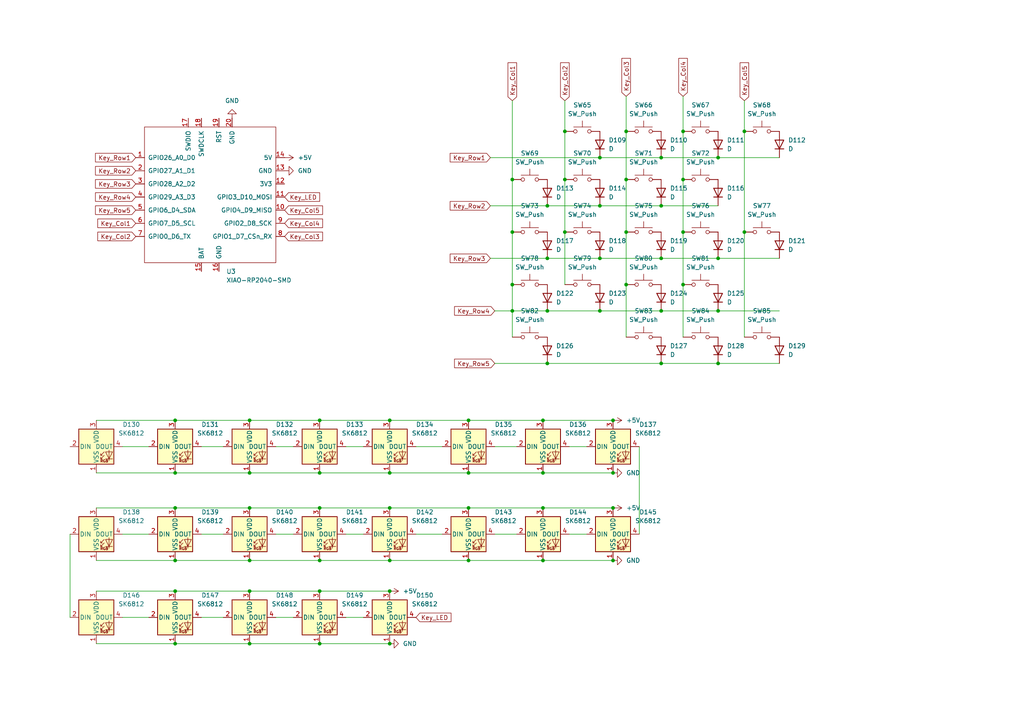
<source format=kicad_sch>
(kicad_sch (version 20250114) (generator "eeschema") (generator_version "9.0")
  (paper "A4")
  (lib_symbols
    (symbol "Device:D" (pin_numbers (hide yes)) (pin_names (offset 1.016) (hide yes))
      (property "Reference" "D" (at 0 2.54 0))
      (property "Value" "D" (at 0 -2.54 0))
      (symbol "D_0_1"
        (polyline (pts (xy -1.27 1.27) (xy -1.27 -1.27)) (stroke (width 0.254)))
        (polyline (pts (xy 1.27 1.27) (xy 1.27 -1.27) (xy -1.27 0) (xy 1.27 1.27)) (stroke (width 0.254)))
        (polyline (pts (xy 1.27 0) (xy -1.27 0)))
      )
      (symbol "D_1_1"
        (pin passive line (at -3.81 0 0) (length 2.54) (name "K") (number "1"))
        (pin passive line (at 3.81 0 180) (length 2.54) (name "A") (number "2"))
      )
    )
    (symbol "LED:SK6812" (pin_names (offset 0.254))
      (property "Reference" "D" (at 5.08 5.715 0))
      (property "Value" "SK6812" (at 1.27 -5.715 0))
      (symbol "SK6812_0_0"
        (text "RGB" (at 2.286 -4.191 0) (effects (font (size 0.762 0.762))))
      )
      (symbol "SK6812_0_1"
        (polyline (pts (xy 1.27 -2.54) (xy 1.778 -2.54)))
        (polyline (pts (xy 1.27 -3.556) (xy 1.778 -3.556)))
        (polyline (pts (xy 2.286 -1.524) (xy 1.27 -2.54) (xy 1.27 -2.032)))
        (polyline (pts (xy 2.286 -2.54) (xy 1.27 -3.556) (xy 1.27 -3.048)))
        (polyline (pts (xy 3.683 -1.016) (xy 3.683 -3.556) (xy 3.683 -4.064)))
        (polyline (pts (xy 4.699 -1.524) (xy 2.667 -1.524) (xy 3.683 -3.556) (xy 4.699 -1.524)))
        (polyline (pts (xy 4.699 -3.556) (xy 2.667 -3.556)))
        (rectangle (start 5.08 5.08) (end -5.08 -5.08) (stroke (width 0.254)) (fill (type background)))
      )
      (symbol "SK6812_1_1"
        (pin input line (at -7.62 0 0) (length 2.54) (name "DIN") (number "2"))
        (pin power_in line (at 0 7.62 270) (length 2.54) (name "VDD") (number "3"))
        (pin power_in line (at 0 -7.62 90) (length 2.54) (name "VSS") (number "1"))
        (pin output line (at 7.62 0 180) (length 2.54) (name "DOUT") (number "4"))
      )
    )
    (symbol "Seeed_Studio_XIAO_Series:XIAO-RP2040-SMD" (pin_names (offset 1.016))
      (property "Reference" "U" (at -18.542 23.114 0))
      (property "Value" "XIAO-RP2040-SMD" (at -8.382 21.336 0))
      (symbol "XIAO-RP2040-SMD_0_1"
        (rectangle (start 19.05 -19.05) (end -19.05 20.32))
      )
      (symbol "XIAO-RP2040-SMD_1_1"
        (pin passive line (at -21.59 11.43 0) (length 2.54) (name "GPIO26_A0_D0") (number "1"))
        (pin passive line (at -21.59 7.62 0) (length 2.54) (name "GPIO27_A1_D1") (number "2"))
        (pin passive line (at -21.59 3.81 0) (length 2.54) (name "GPIO28_A2_D2") (number "3"))
        (pin passive line (at -21.59 0 0) (length 2.54) (name "GPIO29_A3_D3") (number "4"))
        (pin passive line (at -21.59 -3.81 0) (length 2.54) (name "GPIO6_D4_SDA") (number "5"))
        (pin passive line (at -21.59 -7.62 0) (length 2.54) (name "GPIO7_D5_SCL") (number "6"))
        (pin passive line (at -21.59 -11.43 0) (length 2.54) (name "GPIO0_D6_TX") (number "7"))
        (pin passive line (at -6.35 22.86 270) (length 2.54) (name "SWDIO") (number "17"))
        (pin passive line (at -2.54 22.86 270) (length 2.54) (name "SWDCLK") (number "18"))
        (pin passive line (at -2.54 -21.59 90) (length 2.54) (name "BAT") (number "15"))
        (pin passive line (at 2.54 22.86 270) (length 2.54) (name "RST") (number "19"))
        (pin passive line (at 2.54 -21.59 90) (length 2.54) (name "GND") (number "16"))
        (pin passive line (at 6.35 22.86 270) (length 2.54) (name "GND") (number "20"))
        (pin passive line (at 21.59 11.43 180) (length 2.54) (name "5V") (number "14"))
        (pin passive line (at 21.59 7.62 180) (length 2.54) (name "GND") (number "13"))
        (pin passive line (at 21.59 3.81 180) (length 2.54) (name "3V3") (number "12"))
        (pin passive line (at 21.59 0 180) (length 2.54) (name "GPIO3_D10_MOSI") (number "11"))
        (pin passive line (at 21.59 -3.81 180) (length 2.54) (name "GPIO4_D9_MISO") (number "10"))
        (pin passive line (at 21.59 -7.62 180) (length 2.54) (name "GPIO2_D8_SCK") (number "9"))
        (pin passive line (at 21.59 -11.43 180) (length 2.54) (name "GPIO1_D7_CSn_RX") (number "8"))
      )
    )
    (symbol "Switch:SW_Push" (pin_numbers (hide yes)) (pin_names (offset 1.016) (hide yes))
      (property "Reference" "SW" (at 1.27 2.54 0))
      (property "Value" "SW_Push" (at 0 -1.524 0))
      (symbol "SW_Push_0_1"
        (circle (center -2.032 0) (radius 0.508))
        (polyline (pts (xy 0 1.27) (xy 0 3.048)))
        (circle (center 2.032 0) (radius 0.508))
        (polyline (pts (xy 2.54 1.27) (xy -2.54 1.27)))
        (pin passive line (at -5.08 0 0) (length 2.54) (name "1") (number "1"))
        (pin passive line (at 5.08 0 180) (length 2.54) (name "2") (number "2"))
      )
    )
    (symbol "power:+5V" (power) (pin_numbers (hide yes)) (pin_names (offset 0) (hide yes))
      (property "Value" "+5V" (at 0 3.556 0))
      (symbol "+5V_0_1"
        (polyline (pts (xy -0.762 1.27) (xy 0 2.54)))
        (polyline (pts (xy 0 2.54) (xy 0.762 1.27)))
        (polyline (pts (xy 0 0) (xy 0 2.54)))
      )
      (symbol "+5V_1_1"
        (pin power_in line (at 0 0 90) (length 0) (name "~") (number "1"))
      )
    )
    (symbol "power:GND" (power) (pin_numbers (hide yes)) (pin_names (offset 0) (hide yes))
      (property "Value" "GND" (at 0 -3.81 0))
      (symbol "GND_0_1"
        (polyline (pts (xy 0 0) (xy 0 -1.27) (xy 1.27 -1.27) (xy 0 -2.54) (xy -1.27 -1.27) (xy 0 -1.27)))
      )
      (symbol "GND_1_1"
        (pin power_in line (at 0 0 270) (length 0) (name "~") (number "1"))
      )
    )
  )
  (junction (at 215.9 67.31))
  (junction (at 148.59 90.17))
  (junction (at 50.8 171.45))
  (junction (at 177.8 162.56))
  (junction (at 50.8 137.16))
  (junction (at 173.99 59.69))
  (junction (at 148.59 52.07))
  (junction (at 135.89 121.92))
  (junction (at 113.03 186.69))
  (junction (at 113.03 121.92))
  (junction (at 113.03 162.56))
  (junction (at 135.89 137.16))
  (junction (at 177.8 137.16))
  (junction (at 163.83 38.1))
  (junction (at 158.75 59.69))
  (junction (at 158.75 74.93))
  (junction (at 177.8 147.32))
  (junction (at 92.71 121.92))
  (junction (at 191.77 105.41))
  (junction (at 163.83 67.31))
  (junction (at 198.12 67.31))
  (junction (at 157.48 162.56))
  (junction (at 113.03 137.16))
  (junction (at 92.71 147.32))
  (junction (at 177.8 121.92))
  (junction (at 72.39 137.16))
  (junction (at 173.99 45.72))
  (junction (at 92.71 171.45))
  (junction (at 157.48 121.92))
  (junction (at 191.77 59.69))
  (junction (at 208.28 45.72))
  (junction (at 198.12 52.07))
  (junction (at 181.61 52.07))
  (junction (at 158.75 90.17))
  (junction (at 113.03 147.32))
  (junction (at 72.39 171.45))
  (junction (at 50.8 186.69))
  (junction (at 135.89 162.56))
  (junction (at 173.99 90.17))
  (junction (at 215.9 38.1))
  (junction (at 50.8 121.92))
  (junction (at 135.89 147.32))
  (junction (at 181.61 38.1))
  (junction (at 148.59 67.31))
  (junction (at 148.59 82.55))
  (junction (at 92.71 162.56))
  (junction (at 208.28 105.41))
  (junction (at 198.12 38.1))
  (junction (at 92.71 186.69))
  (junction (at 158.75 105.41))
  (junction (at 72.39 121.92))
  (junction (at 92.71 137.16))
  (junction (at 198.12 82.55))
  (junction (at 113.03 171.45))
  (junction (at 181.61 82.55))
  (junction (at 191.77 90.17))
  (junction (at 157.48 137.16))
  (junction (at 191.77 74.93))
  (junction (at 208.28 90.17))
  (junction (at 72.39 186.69))
  (junction (at 163.83 52.07))
  (junction (at 50.8 162.56))
  (junction (at 72.39 147.32))
  (junction (at 208.28 74.93))
  (junction (at 173.99 74.93))
  (junction (at 191.77 45.72))
  (junction (at 72.39 162.56))
  (junction (at 50.8 147.32))
  (junction (at 157.48 147.32))
  (junction (at 181.61 67.31))
  (wire (pts (xy 191.77 59.69) (xy 208.28 59.69)))
  (wire (pts (xy 27.94 147.32) (xy 50.8 147.32)))
  (wire (pts (xy 113.03 137.16) (xy 135.89 137.16)))
  (wire (pts (xy 158.75 105.41) (xy 191.77 105.41)))
  (wire (pts (xy 80.01 179.07) (xy 85.09 179.07)))
  (wire (pts (xy 158.75 90.17) (xy 173.99 90.17)))
  (wire (pts (xy 198.12 82.55) (xy 198.12 97.79)))
  (wire (pts (xy 92.71 121.92) (xy 113.03 121.92)))
  (wire (pts (xy 92.71 186.69) (xy 113.03 186.69)))
  (wire (pts (xy 20.32 154.94) (xy 20.32 179.07)))
  (wire (pts (xy 198.12 52.07) (xy 198.12 67.31)))
  (wire (pts (xy 50.8 186.69) (xy 72.39 186.69)))
  (wire (pts (xy 135.89 162.56) (xy 157.48 162.56)))
  (wire (pts (xy 35.56 154.94) (xy 43.18 154.94)))
  (wire (pts (xy 185.42 129.54) (xy 185.42 154.94)))
  (wire (pts (xy 157.48 162.56) (xy 177.8 162.56)))
  (wire (pts (xy 208.28 45.72) (xy 226.06 45.72)))
  (wire (pts (xy 181.61 67.31) (xy 181.61 82.55)))
  (wire (pts (xy 100.33 154.94) (xy 105.41 154.94)))
  (wire (pts (xy 198.12 38.1) (xy 198.12 52.07)))
  (wire (pts (xy 135.89 121.92) (xy 157.48 121.92)))
  (wire (pts (xy 58.42 154.94) (xy 64.77 154.94)))
  (wire (pts (xy 80.01 129.54) (xy 85.09 129.54)))
  (wire (pts (xy 163.83 38.1) (xy 163.83 52.07)))
  (wire (pts (xy 27.94 171.45) (xy 50.8 171.45)))
  (wire (pts (xy 173.99 74.93) (xy 191.77 74.93)))
  (wire (pts (xy 142.24 59.69) (xy 158.75 59.69)))
  (wire (pts (xy 191.77 74.93) (xy 208.28 74.93)))
  (wire (pts (xy 27.94 137.16) (xy 50.8 137.16)))
  (wire (pts (xy 120.65 129.54) (xy 128.27 129.54)))
  (wire (pts (xy 72.39 162.56) (xy 92.71 162.56)))
  (wire (pts (xy 208.28 74.93) (xy 226.06 74.93)))
  (wire (pts (xy 157.48 121.92) (xy 177.8 121.92)))
  (wire (pts (xy 92.71 162.56) (xy 113.03 162.56)))
  (wire (pts (xy 80.01 154.94) (xy 85.09 154.94)))
  (wire (pts (xy 157.48 137.16) (xy 177.8 137.16)))
  (wire (pts (xy 191.77 45.72) (xy 208.28 45.72)))
  (wire (pts (xy 50.8 137.16) (xy 72.39 137.16)))
  (wire (pts (xy 148.59 90.17) (xy 148.59 97.79)))
  (wire (pts (xy 50.8 121.92) (xy 72.39 121.92)))
  (wire (pts (xy 92.71 171.45) (xy 113.03 171.45)))
  (wire (pts (xy 143.51 129.54) (xy 149.86 129.54)))
  (wire (pts (xy 50.8 162.56) (xy 72.39 162.56)))
  (wire (pts (xy 143.51 105.41) (xy 158.75 105.41)))
  (wire (pts (xy 158.75 90.17) (xy 148.59 90.17)))
  (wire (pts (xy 35.56 179.07) (xy 43.18 179.07)))
  (wire (pts (xy 35.56 129.54) (xy 43.18 129.54)))
  (wire (pts (xy 148.59 67.31) (xy 148.59 82.55)))
  (wire (pts (xy 113.03 147.32) (xy 135.89 147.32)))
  (wire (pts (xy 191.77 90.17) (xy 208.28 90.17)))
  (wire (pts (xy 198.12 27.94) (xy 198.12 38.1)))
  (wire (pts (xy 92.71 147.32) (xy 113.03 147.32)))
  (wire (pts (xy 72.39 171.45) (xy 92.71 171.45)))
  (wire (pts (xy 215.9 29.21) (xy 215.9 38.1)))
  (wire (pts (xy 72.39 147.32) (xy 92.71 147.32)))
  (wire (pts (xy 208.28 90.17) (xy 226.06 90.17)))
  (wire (pts (xy 208.28 105.41) (xy 226.06 105.41)))
  (wire (pts (xy 165.1 154.94) (xy 170.18 154.94)))
  (wire (pts (xy 181.61 52.07) (xy 181.61 67.31)))
  (wire (pts (xy 72.39 186.69) (xy 92.71 186.69)))
  (wire (pts (xy 181.61 82.55) (xy 181.61 97.79)))
  (wire (pts (xy 113.03 121.92) (xy 135.89 121.92)))
  (wire (pts (xy 165.1 129.54) (xy 170.18 129.54)))
  (wire (pts (xy 163.83 67.31) (xy 163.83 82.55)))
  (wire (pts (xy 173.99 90.17) (xy 191.77 90.17)))
  (wire (pts (xy 92.71 137.16) (xy 113.03 137.16)))
  (wire (pts (xy 157.48 147.32) (xy 177.8 147.32)))
  (wire (pts (xy 27.94 121.92) (xy 50.8 121.92)))
  (wire (pts (xy 173.99 45.72) (xy 191.77 45.72)))
  (wire (pts (xy 143.51 90.17) (xy 148.59 90.17)))
  (wire (pts (xy 58.42 179.07) (xy 64.77 179.07)))
  (wire (pts (xy 181.61 38.1) (xy 181.61 52.07)))
  (wire (pts (xy 198.12 67.31) (xy 198.12 82.55)))
  (wire (pts (xy 181.61 27.94) (xy 181.61 38.1)))
  (wire (pts (xy 120.65 154.94) (xy 128.27 154.94)))
  (wire (pts (xy 148.59 29.21) (xy 148.59 52.07)))
  (wire (pts (xy 58.42 129.54) (xy 64.77 129.54)))
  (wire (pts (xy 158.75 59.69) (xy 173.99 59.69)))
  (wire (pts (xy 163.83 29.21) (xy 163.83 38.1)))
  (wire (pts (xy 135.89 147.32) (xy 157.48 147.32)))
  (wire (pts (xy 148.59 90.17) (xy 148.59 82.55)))
  (wire (pts (xy 158.75 74.93) (xy 173.99 74.93)))
  (wire (pts (xy 72.39 137.16) (xy 92.71 137.16)))
  (wire (pts (xy 142.24 74.93) (xy 158.75 74.93)))
  (wire (pts (xy 100.33 129.54) (xy 105.41 129.54)))
  (wire (pts (xy 173.99 59.69) (xy 191.77 59.69)))
  (wire (pts (xy 143.51 154.94) (xy 149.86 154.94)))
  (wire (pts (xy 72.39 121.92) (xy 92.71 121.92)))
  (wire (pts (xy 27.94 162.56) (xy 50.8 162.56)))
  (wire (pts (xy 148.59 52.07) (xy 148.59 67.31)))
  (wire (pts (xy 27.94 186.69) (xy 50.8 186.69)))
  (wire (pts (xy 215.9 38.1) (xy 215.9 67.31)))
  (wire (pts (xy 50.8 147.32) (xy 72.39 147.32)))
  (wire (pts (xy 163.83 52.07) (xy 163.83 67.31)))
  (wire (pts (xy 191.77 105.41) (xy 208.28 105.41)))
  (wire (pts (xy 215.9 67.31) (xy 215.9 97.79)))
  (wire (pts (xy 135.89 137.16) (xy 157.48 137.16)))
  (wire (pts (xy 100.33 179.07) (xy 105.41 179.07)))
  (wire (pts (xy 142.24 45.72) (xy 173.99 45.72)))
  (wire (pts (xy 113.03 162.56) (xy 135.89 162.56)))
  (wire (pts (xy 50.8 171.45) (xy 72.39 171.45)))
  (global_label "Key_LED" (shape input) (at 120.65 179.07 0) (property "Intersheetrefs" "${INTERSHEET_REFS}" (effects (hide yes))))
  (global_label "Key_Col5" (shape input) (at 82.55 60.96 0) (property "Intersheetrefs" "${INTERSHEET_REFS}" (effects (hide yes))))
  (global_label "Key_Row2" (shape input) (at 39.37 49.53 180) (property "Intersheetrefs" "${INTERSHEET_REFS}" (effects (hide yes))))
  (global_label "Key_Col2" (shape input) (at 39.37 68.58 180) (property "Intersheetrefs" "${INTERSHEET_REFS}" (effects (hide yes))))
  (global_label "Key_Col2" (shape input) (at 163.83 29.21 90) (property "Intersheetrefs" "${INTERSHEET_REFS}" (effects (hide yes))))
  (global_label "Key_Col4" (shape input) (at 82.55 64.77 0) (property "Intersheetrefs" "${INTERSHEET_REFS}" (effects (hide yes))))
  (global_label "Key_Row3" (shape input) (at 39.37 53.34 180) (property "Intersheetrefs" "${INTERSHEET_REFS}" (effects (hide yes))))
  (global_label "Key_Col4" (shape input) (at 198.12 27.94 90) (property "Intersheetrefs" "${INTERSHEET_REFS}" (effects (hide yes))))
  (global_label "Key_Row1" (shape input) (at 39.37 45.72 180) (property "Intersheetrefs" "${INTERSHEET_REFS}" (effects (hide yes))))
  (global_label "Key_Col3" (shape input) (at 82.55 68.58 0) (property "Intersheetrefs" "${INTERSHEET_REFS}" (effects (hide yes))))
  (global_label "Key_Row1" (shape input) (at 142.24 45.72 180) (property "Intersheetrefs" "${INTERSHEET_REFS}" (effects (hide yes))))
  (global_label "Key_Col3" (shape input) (at 181.61 27.94 90) (property "Intersheetrefs" "${INTERSHEET_REFS}" (effects (hide yes))))
  (global_label "Key_LED" (shape input) (at 82.55 57.15 0) (property "Intersheetrefs" "${INTERSHEET_REFS}" (effects (hide yes))))
  (global_label "Key_Col1" (shape input) (at 39.37 64.77 180) (property "Intersheetrefs" "${INTERSHEET_REFS}" (effects (hide yes))))
  (global_label "Key_Row5" (shape input) (at 39.37 60.96 180) (property "Intersheetrefs" "${INTERSHEET_REFS}" (effects (hide yes))))
  (global_label "Key_Row5" (shape input) (at 143.51 105.41 180) (property "Intersheetrefs" "${INTERSHEET_REFS}" (effects (hide yes))))
  (global_label "Key_Row3" (shape input) (at 142.24 74.93 180) (property "Intersheetrefs" "${INTERSHEET_REFS}" (effects (hide yes))))
  (global_label "Key_Col1" (shape input) (at 148.59 29.21 90) (property "Intersheetrefs" "${INTERSHEET_REFS}" (effects (hide yes))))
  (global_label "Key_Row4" (shape input) (at 39.37 57.15 180) (property "Intersheetrefs" "${INTERSHEET_REFS}" (effects (hide yes))))
  (global_label "Key_Row4" (shape input) (at 143.51 90.17 180) (property "Intersheetrefs" "${INTERSHEET_REFS}" (effects (hide yes))))
  (global_label "Key_Row2" (shape input) (at 142.24 59.69 180) (property "Intersheetrefs" "${INTERSHEET_REFS}" (effects (hide yes))))
  (global_label "Key_Col5" (shape input) (at 215.9 29.21 90) (property "Intersheetrefs" "${INTERSHEET_REFS}" (effects (hide yes))))
  (symbol (lib_id "Switch:SW_Push") (at 220.98 67.31 0) (unit 1)
    (property "Reference" "SW77" (at 220.98 59.69 0))
    (property "Value" "SW_Push" (at 220.98 62.23 0))
    (property "Footprint" "key-switches.pretty-main:SW_Gateron_LowProfile_HotSwap_PTH" (effects (hide yes)))
    (property "Description" "Push button switch, generic, two pins" (effects (hide yes)))
  )
  (symbol (lib_id "LED:SK6812") (at 92.71 129.54 0) (unit 1)
    (property "Reference" "D133" (at 102.87 123.1198 0))
    (property "Value" "SK6812" (at 102.87 125.6598 0))
    (property "Footprint" "LED_SMD:LED_SK6812_PLCC4_5.0x5.0mm_P3.2mm" (effects (hide yes)))
    (property "Datasheet" "https://cdn-shop.adafruit.com/product-files/1138/SK6812+LED+datasheet+.pdf" (effects (hide yes)))
    (property "Description" "RGB LED with integrated controller" (effects (hide yes)))
  )
  (symbol (lib_id "Switch:SW_Push") (at 153.67 67.31 0) (unit 1)
    (property "Reference" "SW73" (at 153.67 59.69 0))
    (property "Value" "SW_Push" (at 153.67 62.23 0))
    (property "Footprint" "key-switches.pretty-main:SW_Gateron_LowProfile_HotSwap_PTH" (effects (hide yes)))
    (property "Description" "Push button switch, generic, two pins" (effects (hide yes)))
  )
  (symbol (lib_id "power:GND") (at 177.8 137.16 90) (unit 1)
    (property "Reference" "#PWR032" (effects (hide yes)))
    (property "Value" "GND" (at 181.61 137.1599 90) (effects (justify right)))
    (property "Description" "Power symbol creates a global label with name \"GND\" , ground" (effects (hide yes)))
  )
  (symbol (lib_id "Device:D") (at 158.75 71.12 90) (unit 1)
    (property "Reference" "D117" (at 161.29 69.8499 90) (effects (justify right)))
    (property "Value" "D" (at 161.29 72.3899 90) (effects (justify right)))
    (property "Footprint" "Diode_SMD:D_SOD-123" (effects (hide yes)))
    (property "Description" "Diode" (effects (hide yes)))
    (property "Sim.Device" "D" (effects (hide yes)))
    (property "Sim.Pins" "1=K 2=A" (effects (hide yes)))
  )
  (symbol (lib_id "Switch:SW_Push") (at 186.69 67.31 0) (unit 1)
    (property "Reference" "SW75" (at 186.69 59.69 0))
    (property "Value" "SW_Push" (at 186.69 62.23 0))
    (property "Footprint" "key-switches.pretty-main:SW_Gateron_LowProfile_HotSwap_PTH" (effects (hide yes)))
    (property "Description" "Push button switch, generic, two pins" (effects (hide yes)))
  )
  (symbol (lib_id "Switch:SW_Push") (at 168.91 52.07 0) (unit 1)
    (property "Reference" "SW70" (at 168.91 44.45 0))
    (property "Value" "SW_Push" (at 168.91 46.99 0))
    (property "Footprint" "key-switches.pretty-main:SW_Gateron_LowProfile_HotSwap_PTH" (effects (hide yes)))
    (property "Description" "Push button switch, generic, two pins" (effects (hide yes)))
  )
  (symbol (lib_id "LED:SK6812") (at 135.89 154.94 0) (unit 1)
    (property "Reference" "D143" (at 146.05 148.5198 0))
    (property "Value" "SK6812" (at 146.05 151.0598 0))
    (property "Footprint" "LED_SMD:LED_SK6812_PLCC4_5.0x5.0mm_P3.2mm" (effects (hide yes)))
    (property "Datasheet" "https://cdn-shop.adafruit.com/product-files/1138/SK6812+LED+datasheet+.pdf" (effects (hide yes)))
    (property "Description" "RGB LED with integrated controller" (effects (hide yes)))
  )
  (symbol (lib_id "Device:D") (at 191.77 101.6 90) (unit 1)
    (property "Reference" "D127" (at 194.31 100.3299 90) (effects (justify right)))
    (property "Value" "D" (at 194.31 102.8699 90) (effects (justify right)))
    (property "Footprint" "Diode_SMD:D_SOD-123" (effects (hide yes)))
    (property "Description" "Diode" (effects (hide yes)))
    (property "Sim.Device" "D" (effects (hide yes)))
    (property "Sim.Pins" "1=K 2=A" (effects (hide yes)))
  )
  (symbol (lib_id "LED:SK6812") (at 113.03 129.54 0) (unit 1)
    (property "Reference" "D134" (at 123.19 123.1198 0))
    (property "Value" "SK6812" (at 123.19 125.6598 0))
    (property "Footprint" "LED_SMD:LED_SK6812_PLCC4_5.0x5.0mm_P3.2mm" (effects (hide yes)))
    (property "Datasheet" "https://cdn-shop.adafruit.com/product-files/1138/SK6812+LED+datasheet+.pdf" (effects (hide yes)))
    (property "Description" "RGB LED with integrated controller" (effects (hide yes)))
  )
  (symbol (lib_id "Device:D") (at 158.75 55.88 90) (unit 1)
    (property "Reference" "D113" (at 161.29 54.6099 90) (effects (justify right)))
    (property "Value" "D" (at 161.29 57.1499 90) (effects (justify right)))
    (property "Footprint" "Diode_SMD:D_SOD-123" (effects (hide yes)))
    (property "Description" "Diode" (effects (hide yes)))
    (property "Sim.Device" "D" (effects (hide yes)))
    (property "Sim.Pins" "1=K 2=A" (effects (hide yes)))
  )
  (symbol (lib_id "Device:D") (at 173.99 86.36 90) (unit 1)
    (property "Reference" "D123" (at 176.53 85.0899 90) (effects (justify right)))
    (property "Value" "D" (at 176.53 87.6299 90) (effects (justify right)))
    (property "Footprint" "Diode_SMD:D_SOD-123" (effects (hide yes)))
    (property "Description" "Diode" (effects (hide yes)))
    (property "Sim.Device" "D" (effects (hide yes)))
    (property "Sim.Pins" "1=K 2=A" (effects (hide yes)))
  )
  (symbol (lib_id "Device:D") (at 226.06 71.12 90) (unit 1)
    (property "Reference" "D121" (at 228.6 69.8499 90) (effects (justify right)))
    (property "Value" "D" (at 228.6 72.3899 90) (effects (justify right)))
    (property "Footprint" "Diode_SMD:D_SOD-123" (effects (hide yes)))
    (property "Description" "Diode" (effects (hide yes)))
    (property "Sim.Device" "D" (effects (hide yes)))
    (property "Sim.Pins" "1=K 2=A" (effects (hide yes)))
  )
  (symbol (lib_id "LED:SK6812") (at 50.8 129.54 0) (unit 1)
    (property "Reference" "D131" (at 60.96 123.1198 0))
    (property "Value" "SK6812" (at 60.96 125.6598 0))
    (property "Footprint" "LED_SMD:LED_SK6812_PLCC4_5.0x5.0mm_P3.2mm" (effects (hide yes)))
    (property "Datasheet" "https://cdn-shop.adafruit.com/product-files/1138/SK6812+LED+datasheet+.pdf" (effects (hide yes)))
    (property "Description" "RGB LED with integrated controller" (effects (hide yes)))
  )
  (symbol (lib_id "Switch:SW_Push") (at 153.67 52.07 0) (unit 1)
    (property "Reference" "SW69" (at 153.67 44.45 0))
    (property "Value" "SW_Push" (at 153.67 46.99 0))
    (property "Footprint" "key-switches.pretty-main:SW_Gateron_LowProfile_HotSwap_PTH" (effects (hide yes)))
    (property "Description" "Push button switch, generic, two pins" (effects (hide yes)))
  )
  (symbol (lib_id "LED:SK6812") (at 72.39 154.94 0) (unit 1)
    (property "Reference" "D140" (at 82.55 148.5198 0))
    (property "Value" "SK6812" (at 82.55 151.0598 0))
    (property "Footprint" "LED_SMD:LED_SK6812_PLCC4_5.0x5.0mm_P3.2mm" (effects (hide yes)))
    (property "Datasheet" "https://cdn-shop.adafruit.com/product-files/1138/SK6812+LED+datasheet+.pdf" (effects (hide yes)))
    (property "Description" "RGB LED with integrated controller" (effects (hide yes)))
  )
  (symbol (lib_id "Device:D") (at 173.99 41.91 90) (unit 1)
    (property "Reference" "D109" (at 176.53 40.6399 90) (effects (justify right)))
    (property "Value" "D" (at 176.53 43.1799 90) (effects (justify right)))
    (property "Footprint" "Diode_SMD:D_SOD-123" (effects (hide yes)))
    (property "Description" "Diode" (effects (hide yes)))
    (property "Sim.Device" "D" (effects (hide yes)))
    (property "Sim.Pins" "1=K 2=A" (effects (hide yes)))
  )
  (symbol (lib_id "Device:D") (at 208.28 55.88 90) (unit 1)
    (property "Reference" "D116" (at 210.82 54.6099 90) (effects (justify right)))
    (property "Value" "D" (at 210.82 57.1499 90) (effects (justify right)))
    (property "Footprint" "Diode_SMD:D_SOD-123" (effects (hide yes)))
    (property "Description" "Diode" (effects (hide yes)))
    (property "Sim.Device" "D" (effects (hide yes)))
    (property "Sim.Pins" "1=K 2=A" (effects (hide yes)))
  )
  (symbol (lib_id "Switch:SW_Push") (at 203.2 82.55 0) (unit 1)
    (property "Reference" "SW81" (at 203.2 74.93 0))
    (property "Value" "SW_Push" (at 203.2 77.47 0))
    (property "Footprint" "key-switches.pretty-main:SW_Gateron_LowProfile_HotSwap_PTH" (effects (hide yes)))
    (property "Description" "Push button switch, generic, two pins" (effects (hide yes)))
  )
  (symbol (lib_id "LED:SK6812") (at 72.39 179.07 0) (unit 1)
    (property "Reference" "D148" (at 82.55 172.6498 0))
    (property "Value" "SK6812" (at 82.55 175.1898 0))
    (property "Footprint" "LED_SMD:LED_SK6812_PLCC4_5.0x5.0mm_P3.2mm" (effects (hide yes)))
    (property "Datasheet" "https://cdn-shop.adafruit.com/product-files/1138/SK6812+LED+datasheet+.pdf" (effects (hide yes)))
    (property "Description" "RGB LED with integrated controller" (effects (hide yes)))
  )
  (symbol (lib_id "Device:D") (at 226.06 41.91 90) (unit 1)
    (property "Reference" "D112" (at 228.6 40.6399 90) (effects (justify right)))
    (property "Value" "D" (at 228.6 43.1799 90) (effects (justify right)))
    (property "Footprint" "Diode_SMD:D_SOD-123" (effects (hide yes)))
    (property "Description" "Diode" (effects (hide yes)))
    (property "Sim.Device" "D" (effects (hide yes)))
    (property "Sim.Pins" "1=K 2=A" (effects (hide yes)))
  )
  (symbol (lib_id "LED:SK6812") (at 135.89 129.54 0) (unit 1)
    (property "Reference" "D135" (at 146.05 123.1198 0))
    (property "Value" "SK6812" (at 146.05 125.6598 0))
    (property "Footprint" "LED_SMD:LED_SK6812_PLCC4_5.0x5.0mm_P3.2mm" (effects (hide yes)))
    (property "Datasheet" "https://cdn-shop.adafruit.com/product-files/1138/SK6812+LED+datasheet+.pdf" (effects (hide yes)))
    (property "Description" "RGB LED with integrated controller" (effects (hide yes)))
  )
  (symbol (lib_id "Device:D") (at 208.28 41.91 90) (unit 1)
    (property "Reference" "D111" (at 210.82 40.6399 90) (effects (justify right)))
    (property "Value" "D" (at 210.82 43.1799 90) (effects (justify right)))
    (property "Footprint" "Diode_SMD:D_SOD-123" (effects (hide yes)))
    (property "Description" "Diode" (effects (hide yes)))
    (property "Sim.Device" "D" (effects (hide yes)))
    (property "Sim.Pins" "1=K 2=A" (effects (hide yes)))
  )
  (symbol (lib_id "power:+5V") (at 177.8 121.92 270) (unit 1)
    (property "Reference" "#PWR031" (effects (hide yes)))
    (property "Value" "+5V" (at 181.61 121.9199 90) (effects (justify left)))
    (property "Description" "Power symbol creates a global label with name \"+5V\"" (effects (hide yes)))
  )
  (symbol (lib_id "LED:SK6812") (at 157.48 129.54 0) (unit 1)
    (property "Reference" "D136" (at 167.64 123.1198 0))
    (property "Value" "SK6812" (at 167.64 125.6598 0))
    (property "Footprint" "LED_SMD:LED_SK6812_PLCC4_5.0x5.0mm_P3.2mm" (effects (hide yes)))
    (property "Datasheet" "https://cdn-shop.adafruit.com/product-files/1138/SK6812+LED+datasheet+.pdf" (effects (hide yes)))
    (property "Description" "RGB LED with integrated controller" (effects (hide yes)))
  )
  (symbol (lib_id "Switch:SW_Push") (at 220.98 97.79 0) (unit 1)
    (property "Reference" "SW85" (at 220.98 90.17 0))
    (property "Value" "SW_Push" (at 220.98 92.71 0))
    (property "Footprint" "key-switches.pretty-main:SW_Gateron_LowProfile_HotSwap_PTH" (effects (hide yes)))
    (property "Description" "Push button switch, generic, two pins" (effects (hide yes)))
  )
  (symbol (lib_id "LED:SK6812") (at 113.03 179.07 0) (unit 1)
    (property "Reference" "D150" (at 123.19 172.6498 0))
    (property "Value" "SK6812" (at 123.19 175.1898 0))
    (property "Footprint" "LED_SMD:LED_SK6812_PLCC4_5.0x5.0mm_P3.2mm" (effects (hide yes)))
    (property "Datasheet" "https://cdn-shop.adafruit.com/product-files/1138/SK6812+LED+datasheet+.pdf" (effects (hide yes)))
    (property "Description" "RGB LED with integrated controller" (effects (hide yes)))
  )
  (symbol (lib_id "power:GND") (at 67.31 34.29 180) (unit 1)
    (property "Reference" "#PWR028" (effects (hide yes)))
    (property "Value" "GND" (at 67.31 29.21 0))
    (property "Description" "Power symbol creates a global label with name \"GND\" , ground" (effects (hide yes)))
  )
  (symbol (lib_id "Switch:SW_Push") (at 186.69 38.1 0) (unit 1)
    (property "Reference" "SW66" (at 186.69 30.48 0))
    (property "Value" "SW_Push" (at 186.69 33.02 0))
    (property "Footprint" "key-switches.pretty-main:SW_Gateron_LowProfile_HotSwap_PTH" (effects (hide yes)))
    (property "Description" "Push button switch, generic, two pins" (effects (hide yes)))
  )
  (symbol (lib_id "Switch:SW_Push") (at 186.69 52.07 0) (unit 1)
    (property "Reference" "SW71" (at 186.69 44.45 0))
    (property "Value" "SW_Push" (at 186.69 46.99 0))
    (property "Footprint" "key-switches.pretty-main:SW_Gateron_LowProfile_HotSwap_PTH" (effects (hide yes)))
    (property "Description" "Push button switch, generic, two pins" (effects (hide yes)))
  )
  (symbol (lib_id "Switch:SW_Push") (at 153.67 97.79 0) (unit 1)
    (property "Reference" "SW82" (at 153.67 90.17 0))
    (property "Value" "SW_Push" (at 153.67 92.71 0))
    (property "Footprint" "key-switches.pretty-main:SW_Gateron_LowProfile_HotSwap_PTH" (effects (hide yes)))
    (property "Description" "Push button switch, generic, two pins" (effects (hide yes)))
  )
  (symbol (lib_id "Device:D") (at 208.28 86.36 90) (unit 1)
    (property "Reference" "D125" (at 210.82 85.0899 90) (effects (justify right)))
    (property "Value" "D" (at 210.82 87.6299 90) (effects (justify right)))
    (property "Footprint" "Diode_SMD:D_SOD-123" (effects (hide yes)))
    (property "Description" "Diode" (effects (hide yes)))
    (property "Sim.Device" "D" (effects (hide yes)))
    (property "Sim.Pins" "1=K 2=A" (effects (hide yes)))
  )
  (symbol (lib_id "power:GND") (at 82.55 49.53 90) (unit 1)
    (property "Reference" "#PWR030" (effects (hide yes)))
    (property "Value" "GND" (at 86.36 49.5299 90) (effects (justify right)))
    (property "Description" "Power symbol creates a global label with name \"GND\" , ground" (effects (hide yes)))
  )
  (symbol (lib_id "LED:SK6812") (at 72.39 129.54 0) (unit 1)
    (property "Reference" "D132" (at 82.55 123.1198 0))
    (property "Value" "SK6812" (at 82.55 125.6598 0))
    (property "Footprint" "LED_SMD:LED_SK6812_PLCC4_5.0x5.0mm_P3.2mm" (effects (hide yes)))
    (property "Datasheet" "https://cdn-shop.adafruit.com/product-files/1138/SK6812+LED+datasheet+.pdf" (effects (hide yes)))
    (property "Description" "RGB LED with integrated controller" (effects (hide yes)))
  )
  (symbol (lib_id "Device:D") (at 191.77 71.12 90) (unit 1)
    (property "Reference" "D119" (at 194.31 69.8499 90) (effects (justify right)))
    (property "Value" "D" (at 194.31 72.3899 90) (effects (justify right)))
    (property "Footprint" "Diode_SMD:D_SOD-123" (effects (hide yes)))
    (property "Description" "Diode" (effects (hide yes)))
    (property "Sim.Device" "D" (effects (hide yes)))
    (property "Sim.Pins" "1=K 2=A" (effects (hide yes)))
  )
  (symbol (lib_id "LED:SK6812") (at 113.03 154.94 0) (unit 1)
    (property "Reference" "D142" (at 123.19 148.5198 0))
    (property "Value" "SK6812" (at 123.19 151.0598 0))
    (property "Footprint" "LED_SMD:LED_SK6812_PLCC4_5.0x5.0mm_P3.2mm" (effects (hide yes)))
    (property "Datasheet" "https://cdn-shop.adafruit.com/product-files/1138/SK6812+LED+datasheet+.pdf" (effects (hide yes)))
    (property "Description" "RGB LED with integrated controller" (effects (hide yes)))
  )
  (symbol (lib_id "LED:SK6812") (at 50.8 154.94 0) (unit 1)
    (property "Reference" "D139" (at 60.96 148.5198 0))
    (property "Value" "SK6812" (at 60.96 151.0598 0))
    (property "Footprint" "LED_SMD:LED_SK6812_PLCC4_5.0x5.0mm_P3.2mm" (effects (hide yes)))
    (property "Datasheet" "https://cdn-shop.adafruit.com/product-files/1138/SK6812+LED+datasheet+.pdf" (effects (hide yes)))
    (property "Description" "RGB LED with integrated controller" (effects (hide yes)))
  )
  (symbol (lib_id "Switch:SW_Push") (at 203.2 97.79 0) (unit 1)
    (property "Reference" "SW84" (at 203.2 90.17 0))
    (property "Value" "SW_Push" (at 203.2 92.71 0))
    (property "Footprint" "key-switches.pretty-main:SW_Gateron_LowProfile_HotSwap_PTH" (effects (hide yes)))
    (property "Description" "Push button switch, generic, two pins" (effects (hide yes)))
  )
  (symbol (lib_id "power:+5V") (at 82.55 45.72 270) (unit 1)
    (property "Reference" "#PWR029" (effects (hide yes)))
    (property "Value" "+5V" (at 86.36 45.7199 90) (effects (justify left)))
    (property "Description" "Power symbol creates a global label with name \"+5V\"" (effects (hide yes)))
  )
  (symbol (lib_id "power:+5V") (at 177.8 147.32 270) (unit 1)
    (property "Reference" "#PWR033" (effects (hide yes)))
    (property "Value" "+5V" (at 181.61 147.3199 90) (effects (justify left)))
    (property "Description" "Power symbol creates a global label with name \"+5V\"" (effects (hide yes)))
  )
  (symbol (lib_id "Device:D") (at 158.75 86.36 90) (unit 1)
    (property "Reference" "D122" (at 161.29 85.0899 90) (effects (justify right)))
    (property "Value" "D" (at 161.29 87.6299 90) (effects (justify right)))
    (property "Footprint" "Diode_SMD:D_SOD-123" (effects (hide yes)))
    (property "Description" "Diode" (effects (hide yes)))
    (property "Sim.Device" "D" (effects (hide yes)))
    (property "Sim.Pins" "1=K 2=A" (effects (hide yes)))
  )
  (symbol (lib_id "Device:D") (at 191.77 86.36 90) (unit 1)
    (property "Reference" "D124" (at 194.31 85.0899 90) (effects (justify right)))
    (property "Value" "D" (at 194.31 87.6299 90) (effects (justify right)))
    (property "Footprint" "Diode_SMD:D_SOD-123" (effects (hide yes)))
    (property "Description" "Diode" (effects (hide yes)))
    (property "Sim.Device" "D" (effects (hide yes)))
    (property "Sim.Pins" "1=K 2=A" (effects (hide yes)))
  )
  (symbol (lib_id "Switch:SW_Push") (at 220.98 38.1 0) (unit 1)
    (property "Reference" "SW68" (at 220.98 30.48 0))
    (property "Value" "SW_Push" (at 220.98 33.02 0))
    (property "Footprint" "key-switches.pretty-main:SW_Gateron_LowProfile_HotSwap_PTH" (effects (hide yes)))
    (property "Description" "Push button switch, generic, two pins" (effects (hide yes)))
  )
  (symbol (lib_id "LED:SK6812") (at 157.48 154.94 0) (unit 1)
    (property "Reference" "D144" (at 167.64 148.5198 0))
    (property "Value" "SK6812" (at 167.64 151.0598 0))
    (property "Footprint" "LED_SMD:LED_SK6812_PLCC4_5.0x5.0mm_P3.2mm" (effects (hide yes)))
    (property "Datasheet" "https://cdn-shop.adafruit.com/product-files/1138/SK6812+LED+datasheet+.pdf" (effects (hide yes)))
    (property "Description" "RGB LED with integrated controller" (effects (hide yes)))
  )
  (symbol (lib_id "LED:SK6812") (at 92.71 154.94 0) (unit 1)
    (property "Reference" "D141" (at 102.87 148.5198 0))
    (property "Value" "SK6812" (at 102.87 151.0598 0))
    (property "Footprint" "LED_SMD:LED_SK6812_PLCC4_5.0x5.0mm_P3.2mm" (effects (hide yes)))
    (property "Datasheet" "https://cdn-shop.adafruit.com/product-files/1138/SK6812+LED+datasheet+.pdf" (effects (hide yes)))
    (property "Description" "RGB LED with integrated controller" (effects (hide yes)))
  )
  (symbol (lib_id "Switch:SW_Push") (at 168.91 38.1 0) (unit 1)
    (property "Reference" "SW65" (at 168.91 30.48 0))
    (property "Value" "SW_Push" (at 168.91 33.02 0))
    (property "Footprint" "key-switches.pretty-main:SW_Gateron_LowProfile_HotSwap_PTH" (effects (hide yes)))
    (property "Description" "Push button switch, generic, two pins" (effects (hide yes)))
  )
  (symbol (lib_id "Device:D") (at 158.75 101.6 90) (unit 1)
    (property "Reference" "D126" (at 161.29 100.3299 90) (effects (justify right)))
    (property "Value" "D" (at 161.29 102.8699 90) (effects (justify right)))
    (property "Footprint" "Diode_SMD:D_SOD-123" (effects (hide yes)))
    (property "Description" "Diode" (effects (hide yes)))
    (property "Sim.Device" "D" (effects (hide yes)))
    (property "Sim.Pins" "1=K 2=A" (effects (hide yes)))
  )
  (symbol (lib_id "Switch:SW_Push") (at 186.69 82.55 0) (unit 1)
    (property "Reference" "SW80" (at 186.69 74.93 0))
    (property "Value" "SW_Push" (at 186.69 77.47 0))
    (property "Footprint" "key-switches.pretty-main:SW_Gateron_LowProfile_HotSwap_PTH" (effects (hide yes)))
    (property "Description" "Push button switch, generic, two pins" (effects (hide yes)))
  )
  (symbol (lib_id "Switch:SW_Push") (at 153.67 82.55 0) (unit 1)
    (property "Reference" "SW78" (at 153.67 74.93 0))
    (property "Value" "SW_Push" (at 153.67 77.47 0))
    (property "Footprint" "key-switches.pretty-main:SW_Gateron_LowProfile_HotSwap_PTH" (effects (hide yes)))
    (property "Description" "Push button switch, generic, two pins" (effects (hide yes)))
  )
  (symbol (lib_id "Device:D") (at 191.77 41.91 90) (unit 1)
    (property "Reference" "D110" (at 194.31 40.6399 90) (effects (justify right)))
    (property "Value" "D" (at 194.31 43.1799 90) (effects (justify right)))
    (property "Footprint" "Diode_SMD:D_SOD-123" (effects (hide yes)))
    (property "Description" "Diode" (effects (hide yes)))
    (property "Sim.Device" "D" (effects (hide yes)))
    (property "Sim.Pins" "1=K 2=A" (effects (hide yes)))
  )
  (symbol (lib_id "Switch:SW_Push") (at 168.91 67.31 0) (unit 1)
    (property "Reference" "SW74" (at 168.91 59.69 0))
    (property "Value" "SW_Push" (at 168.91 62.23 0))
    (property "Footprint" "key-switches.pretty-main:SW_Gateron_LowProfile_HotSwap_PTH" (effects (hide yes)))
    (property "Description" "Push button switch, generic, two pins" (effects (hide yes)))
  )
  (symbol (lib_id "LED:SK6812") (at 27.94 129.54 0) (unit 1)
    (property "Reference" "D130" (at 38.1 123.1198 0))
    (property "Value" "SK6812" (at 38.1 125.6598 0))
    (property "Footprint" "LED_SMD:LED_SK6812_PLCC4_5.0x5.0mm_P3.2mm" (effects (hide yes)))
    (property "Datasheet" "https://cdn-shop.adafruit.com/product-files/1138/SK6812+LED+datasheet+.pdf" (effects (hide yes)))
    (property "Description" "RGB LED with integrated controller" (effects (hide yes)))
  )
  (symbol (lib_id "LED:SK6812") (at 92.71 179.07 0) (unit 1)
    (property "Reference" "D149" (at 102.87 172.6498 0))
    (property "Value" "SK6812" (at 102.87 175.1898 0))
    (property "Footprint" "LED_SMD:LED_SK6812_PLCC4_5.0x5.0mm_P3.2mm" (effects (hide yes)))
    (property "Datasheet" "https://cdn-shop.adafruit.com/product-files/1138/SK6812+LED+datasheet+.pdf" (effects (hide yes)))
    (property "Description" "RGB LED with integrated controller" (effects (hide yes)))
  )
  (symbol (lib_id "Switch:SW_Push") (at 186.69 97.79 0) (unit 1)
    (property "Reference" "SW83" (at 186.69 90.17 0))
    (property "Value" "SW_Push" (at 186.69 92.71 0))
    (property "Footprint" "key-switches.pretty-main:SW_Gateron_LowProfile_HotSwap_PTH" (effects (hide yes)))
    (property "Description" "Push button switch, generic, two pins" (effects (hide yes)))
  )
  (symbol (lib_id "power:GND") (at 113.03 186.69 90) (unit 1)
    (property "Reference" "#PWR036" (effects (hide yes)))
    (property "Value" "GND" (at 116.84 186.6899 90) (effects (justify right)))
    (property "Description" "Power symbol creates a global label with name \"GND\" , ground" (effects (hide yes)))
  )
  (symbol (lib_id "Device:D") (at 208.28 71.12 90) (unit 1)
    (property "Reference" "D120" (at 210.82 69.8499 90) (effects (justify right)))
    (property "Value" "D" (at 210.82 72.3899 90) (effects (justify right)))
    (property "Footprint" "Diode_SMD:D_SOD-123" (effects (hide yes)))
    (property "Description" "Diode" (effects (hide yes)))
    (property "Sim.Device" "D" (effects (hide yes)))
    (property "Sim.Pins" "1=K 2=A" (effects (hide yes)))
  )
  (symbol (lib_id "LED:SK6812") (at 27.94 179.07 0) (unit 1)
    (property "Reference" "D146" (at 38.1 172.6498 0))
    (property "Value" "SK6812" (at 38.1 175.1898 0))
    (property "Footprint" "LED_SMD:LED_SK6812_PLCC4_5.0x5.0mm_P3.2mm" (effects (hide yes)))
    (property "Datasheet" "https://cdn-shop.adafruit.com/product-files/1138/SK6812+LED+datasheet+.pdf" (effects (hide yes)))
    (property "Description" "RGB LED with integrated controller" (effects (hide yes)))
  )
  (symbol (lib_id "Device:D") (at 226.06 101.6 90) (unit 1)
    (property "Reference" "D129" (at 228.6 100.3299 90) (effects (justify right)))
    (property "Value" "D" (at 228.6 102.8699 90) (effects (justify right)))
    (property "Footprint" "Diode_SMD:D_SOD-123" (effects (hide yes)))
    (property "Description" "Diode" (effects (hide yes)))
    (property "Sim.Device" "D" (effects (hide yes)))
    (property "Sim.Pins" "1=K 2=A" (effects (hide yes)))
  )
  (symbol (lib_id "LED:SK6812") (at 177.8 154.94 0) (unit 1)
    (property "Reference" "D145" (at 187.96 148.5198 0))
    (property "Value" "SK6812" (at 187.96 151.0598 0))
    (property "Footprint" "LED_SMD:LED_SK6812_PLCC4_5.0x5.0mm_P3.2mm" (effects (hide yes)))
    (property "Datasheet" "https://cdn-shop.adafruit.com/product-files/1138/SK6812+LED+datasheet+.pdf" (effects (hide yes)))
    (property "Description" "RGB LED with integrated controller" (effects (hide yes)))
  )
  (symbol (lib_id "LED:SK6812") (at 27.94 154.94 0) (unit 1)
    (property "Reference" "D138" (at 38.1 148.5198 0))
    (property "Value" "SK6812" (at 38.1 151.0598 0))
    (property "Footprint" "LED_SMD:LED_SK6812_PLCC4_5.0x5.0mm_P3.2mm" (effects (hide yes)))
    (property "Datasheet" "https://cdn-shop.adafruit.com/product-files/1138/SK6812+LED+datasheet+.pdf" (effects (hide yes)))
    (property "Description" "RGB LED with integrated controller" (effects (hide yes)))
  )
  (symbol (lib_id "power:+5V") (at 113.03 171.45 270) (unit 1)
    (property "Reference" "#PWR035" (effects (hide yes)))
    (property "Value" "+5V" (at 116.84 171.4499 90) (effects (justify left)))
    (property "Description" "Power symbol creates a global label with name \"+5V\"" (effects (hide yes)))
  )
  (symbol (lib_id "Switch:SW_Push") (at 203.2 38.1 0) (unit 1)
    (property "Reference" "SW67" (at 203.2 30.48 0))
    (property "Value" "SW_Push" (at 203.2 33.02 0))
    (property "Footprint" "key-switches.pretty-main:SW_Gateron_LowProfile_HotSwap_PTH" (effects (hide yes)))
    (property "Description" "Push button switch, generic, two pins" (effects (hide yes)))
  )
  (symbol (lib_id "Device:D") (at 191.77 55.88 90) (unit 1)
    (property "Reference" "D115" (at 194.31 54.6099 90) (effects (justify right)))
    (property "Value" "D" (at 194.31 57.1499 90) (effects (justify right)))
    (property "Footprint" "Diode_SMD:D_SOD-123" (effects (hide yes)))
    (property "Description" "Diode" (effects (hide yes)))
    (property "Sim.Device" "D" (effects (hide yes)))
    (property "Sim.Pins" "1=K 2=A" (effects (hide yes)))
  )
  (symbol (lib_id "Switch:SW_Push") (at 168.91 82.55 0) (unit 1)
    (property "Reference" "SW79" (at 168.91 74.93 0))
    (property "Value" "SW_Push" (at 168.91 77.47 0))
    (property "Footprint" "key-switches.pretty-main:SW_Gateron_LowProfile_HotSwap_PTH" (effects (hide yes)))
    (property "Description" "Push button switch, generic, two pins" (effects (hide yes)))
  )
  (symbol (lib_id "power:GND") (at 177.8 162.56 90) (unit 1)
    (property "Reference" "#PWR034" (effects (hide yes)))
    (property "Value" "GND" (at 181.61 162.5599 90) (effects (justify right)))
    (property "Description" "Power symbol creates a global label with name \"GND\" , ground" (effects (hide yes)))
  )
  (symbol (lib_id "LED:SK6812") (at 177.8 129.54 0) (unit 1)
    (property "Reference" "D137" (at 187.96 123.1198 0))
    (property "Value" "SK6812" (at 187.96 125.6598 0))
    (property "Footprint" "LED_SMD:LED_SK6812_PLCC4_5.0x5.0mm_P3.2mm" (effects (hide yes)))
    (property "Datasheet" "https://cdn-shop.adafruit.com/product-files/1138/SK6812+LED+datasheet+.pdf" (effects (hide yes)))
    (property "Description" "RGB LED with integrated controller" (effects (hide yes)))
  )
  (symbol (lib_id "Device:D") (at 173.99 71.12 90) (unit 1)
    (property "Reference" "D118" (at 176.53 69.8499 90) (effects (justify right)))
    (property "Value" "D" (at 176.53 72.3899 90) (effects (justify right)))
    (property "Footprint" "Diode_SMD:D_SOD-123" (effects (hide yes)))
    (property "Description" "Diode" (effects (hide yes)))
    (property "Sim.Device" "D" (effects (hide yes)))
    (property "Sim.Pins" "1=K 2=A" (effects (hide yes)))
  )
  (symbol (lib_id "Device:D") (at 173.99 55.88 90) (unit 1)
    (property "Reference" "D114" (at 176.53 54.6099 90) (effects (justify right)))
    (property "Value" "D" (at 176.53 57.1499 90) (effects (justify right)))
    (property "Footprint" "Diode_SMD:D_SOD-123" (effects (hide yes)))
    (property "Description" "Diode" (effects (hide yes)))
    (property "Sim.Device" "D" (effects (hide yes)))
    (property "Sim.Pins" "1=K 2=A" (effects (hide yes)))
  )
  (symbol (lib_id "Seeed_Studio_XIAO_Series:XIAO-RP2040-SMD") (at 60.96 57.15 0) (unit 1)
    (property "Reference" "U3" (at 65.6433 78.74 0) (effects (justify left)))
    (property "Value" "XIAO-RP2040-SMD" (at 65.6433 81.28 0) (effects (justify left)))
  )
  (symbol (lib_id "Device:D") (at 208.28 101.6 90) (unit 1)
    (property "Reference" "D128" (at 210.82 100.3299 90) (effects (justify right)))
    (property "Value" "D" (at 210.82 102.8699 90) (effects (justify right)))
    (property "Footprint" "Diode_SMD:D_SOD-123" (effects (hide yes)))
    (property "Description" "Diode" (effects (hide yes)))
    (property "Sim.Device" "D" (effects (hide yes)))
    (property "Sim.Pins" "1=K 2=A" (effects (hide yes)))
  )
  (symbol (lib_id "Switch:SW_Push") (at 203.2 67.31 0) (unit 1)
    (property "Reference" "SW76" (at 203.2 59.69 0))
    (property "Value" "SW_Push" (at 203.2 62.23 0))
    (property "Footprint" "key-switches.pretty-main:SW_Gateron_LowProfile_HotSwap_PTH" (effects (hide yes)))
    (property "Description" "Push button switch, generic, two pins" (effects (hide yes)))
  )
  (symbol (lib_id "LED:SK6812") (at 50.8 179.07 0) (unit 1)
    (property "Reference" "D147" (at 60.96 172.6498 0))
    (property "Value" "SK6812" (at 60.96 175.1898 0))
    (property "Footprint" "LED_SMD:LED_SK6812_PLCC4_5.0x5.0mm_P3.2mm" (effects (hide yes)))
    (property "Datasheet" "https://cdn-shop.adafruit.com/product-files/1138/SK6812+LED+datasheet+.pdf" (effects (hide yes)))
    (property "Description" "RGB LED with integrated controller" (effects (hide yes)))
  )
  (symbol (lib_id "Switch:SW_Push") (at 203.2 52.07 0) (unit 1)
    (property "Reference" "SW72" (at 203.2 44.45 0))
    (property "Value" "SW_Push" (at 203.2 46.99 0))
    (property "Footprint" "key-switches.pretty-main:SW_Gateron_LowProfile_HotSwap_PTH" (effects (hide yes)))
    (property "Description" "Push button switch, generic, two pins" (effects (hide yes)))
  )
)
</source>
